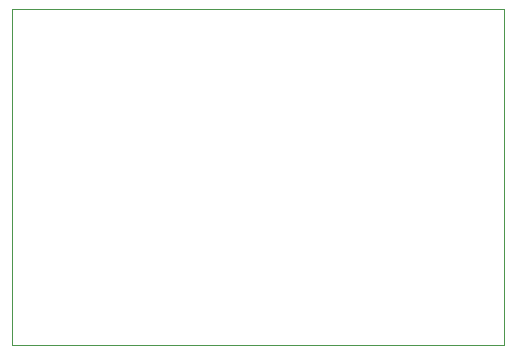
<source format=gko>
G75*
%MOIN*%
%OFA0B0*%
%FSLAX25Y25*%
%IPPOS*%
%LPD*%
%AMOC8*
5,1,8,0,0,1.08239X$1,22.5*
%
%ADD10C,0.00000*%
D10*
X0059102Y0037102D02*
X0059102Y0149102D01*
X0223102Y0149102D01*
X0223102Y0037102D01*
X0059102Y0037102D01*
M02*

</source>
